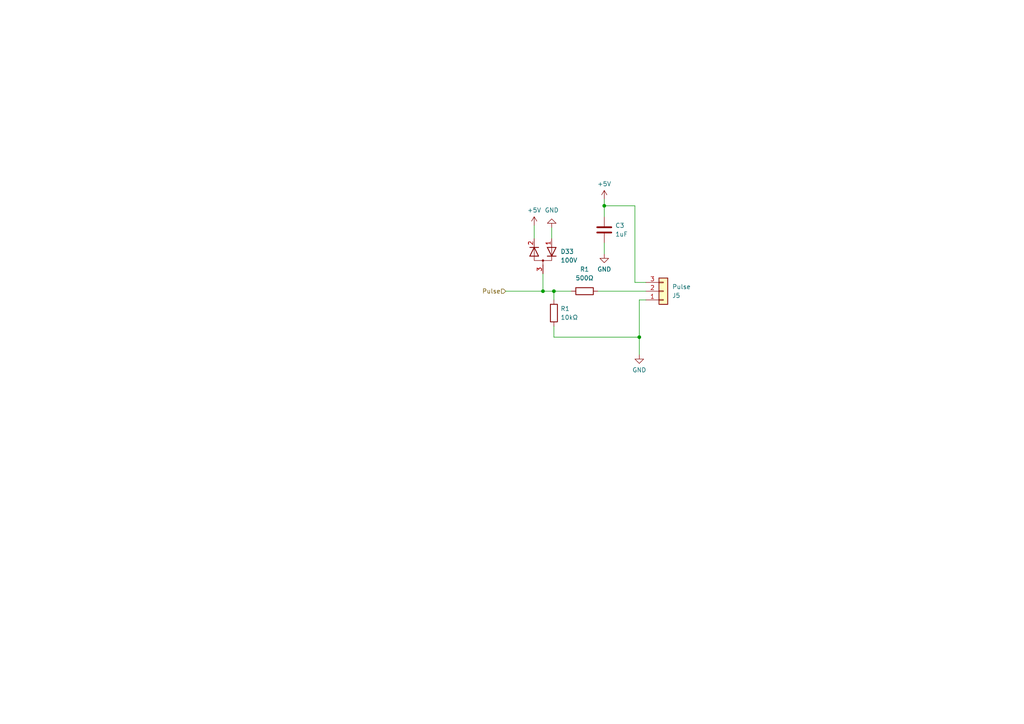
<source format=kicad_sch>
(kicad_sch (version 20230121) (generator eeschema)
  (paper "A4")
  (lib_symbols
    (symbol "Connector_Generic:Conn_01x03" (pin_names (offset 1.016) hide)
      (property "Reference" "J" (at 0 5.08 0))
      (property "Value" "Conn_01x03" (at 0 -5.08 0))
      (symbol "Conn_01x03_1_1"
        (rectangle (start -1.27 -2.413) (end 0 -2.667) (stroke (width 0.1524)))
        (rectangle (start -1.27 0.127) (end 0 -0.127) (stroke (width 0.1524)))
        (rectangle (start -1.27 2.667) (end 0 2.413) (stroke (width 0.1524)))
        (rectangle (start -1.27 3.81) (end 1.27 -3.81) (stroke (width 0.254)) (fill (type background)))
        (pin passive line (at -5.08 2.54 0) (length 3.81) (name "Pin_1") (number "1"))
        (pin passive line (at -5.08 0 0) (length 3.81) (name "Pin_2") (number "2"))
        (pin passive line (at -5.08 -2.54 0) (length 3.81) (name "Pin_3") (number "3"))
      )
    )
    (symbol "Device:C" (pin_numbers hide) (pin_names (offset 0.254))
      (property "Reference" "C" (at 0.635 2.54 0))
      (property "Value" "C" (at 0.635 -2.54 0))
      (symbol "C_0_1"
        (polyline (pts (xy -2.032 -0.762) (xy 2.032 -0.762)) (stroke (width 0.508)))
        (polyline (pts (xy -2.032 0.762) (xy 2.032 0.762)) (stroke (width 0.508)))
      )
      (symbol "C_1_1"
        (pin passive line (at 0 3.81 270) (length 2.794) (name "~") (number "1"))
        (pin passive line (at 0 -3.81 90) (length 2.794) (name "~") (number "2"))
      )
    )
    (symbol "Device:D_Dual_Series_AKC_Parallel" (pin_names (offset 0.762) hide)
      (property "Reference" "D" (at 0 5.08 0))
      (property "Value" "D_Dual_Series_AKC_Parallel" (at 0 -5.08 0))
      (symbol "D_Dual_Series_AKC_Parallel_0_0"
        (polyline (pts (xy 0 -1.27) (xy 0 -3.81)) (stroke (width 0.254)))
        (polyline (pts (xy 2.54 3.81) (xy 2.54 1.27)) (stroke (width 0.254)))
      )
      (symbol "D_Dual_Series_AKC_Parallel_0_1"
        (circle (center -1.27 0) (radius 0.254) (fill (type outline)))
        (polyline (pts (xy -1.27 0) (xy -2.54 0)))
        (polyline (pts (xy 2.54 2.54) (xy -1.27 2.54) (xy -1.27 -2.54) (xy 2.54 -2.54)))
        (polyline (pts (xy 0 3.81) (xy 2.54 2.54) (xy 0 1.27) (xy 0 3.81) (xy 0 3.81) (xy 0 3.81)) (stroke (width 0.254)))
        (polyline (pts (xy 2.54 -1.27) (xy 0 -2.54) (xy 2.54 -3.81) (xy 2.54 -1.27) (xy 2.54 -1.27) (xy 2.54 -1.27)) (stroke (width 0.254)))
        (pin passive line (at 5.08 -2.54 180) (length 2.54) (name "K") (number "1"))
        (pin passive line (at 5.08 2.54 180) (length 2.54) (name "K") (number "2"))
        (pin passive line (at -5.08 0 0) (length 2.54) (name "A") (number "3"))
      )
    )
    (symbol "Device:R" (pin_numbers hide) (pin_names (offset 0))
      (property "Reference" "R" (at 2.032 0 90))
      (property "Value" "R" (at 0 0 90))
      (symbol "R_0_1"
        (rectangle (start -1.016 -2.54) (end 1.016 2.54) (stroke (width 0.254)))
      )
      (symbol "R_1_1"
        (pin passive line (at 0 3.81 270) (length 1.27) (name "~") (number "1"))
        (pin passive line (at 0 -3.81 90) (length 1.27) (name "~") (number "2"))
      )
    )
    (symbol "power:+5V" (power) (pin_names (offset 0))
      (property "Value" "+5V" (at 0 3.556 0))
      (symbol "+5V_0_1"
        (polyline (pts (xy -0.762 1.27) (xy 0 2.54)))
        (polyline (pts (xy 0 0) (xy 0 2.54)))
        (polyline (pts (xy 0 2.54) (xy 0.762 1.27)))
      )
      (symbol "+5V_1_1"
        (pin power_in line (at 0 0 90) (length 0) hide (name "+5V") (number "1"))
      )
    )
    (symbol "power:GND" (power) (pin_names (offset 0))
      (property "Value" "GND" (at 0 -3.81 0))
      (symbol "GND_0_1"
        (polyline (pts (xy 0 0) (xy 0 -1.27) (xy 1.27 -1.27) (xy 0 -2.54) (xy -1.27 -1.27) (xy 0 -1.27)))
      )
      (symbol "GND_1_1"
        (pin power_in line (at 0 0 270) (length 0) hide (name "GND") (number "1"))
      )
    )
  )
  (junction (at 157.48 84.455))
  (junction (at 175.26 59.69))
  (junction (at 160.655 84.455))
  (junction (at 185.42 97.79))
  (wire (pts (xy 175.26 57.785) (xy 175.26 59.69)))
  (wire (pts (xy 160.02 66.04) (xy 160.02 69.215)))
  (wire (pts (xy 175.26 59.69) (xy 175.26 62.865)))
  (wire (pts (xy 157.48 84.455) (xy 157.48 79.375)))
  (wire (pts (xy 185.42 86.995) (xy 187.325 86.995)))
  (wire (pts (xy 165.735 84.455) (xy 160.655 84.455)))
  (wire (pts (xy 160.655 84.455) (xy 157.48 84.455)))
  (wire (pts (xy 160.655 84.455) (xy 160.655 86.995)))
  (wire (pts (xy 184.15 81.915) (xy 187.325 81.915)))
  (wire (pts (xy 146.685 84.455) (xy 157.48 84.455)))
  (wire (pts (xy 160.655 94.615) (xy 160.655 97.79)))
  (wire (pts (xy 185.42 102.87) (xy 185.42 97.79)))
  (wire (pts (xy 175.26 59.69) (xy 184.15 59.69)))
  (wire (pts (xy 184.15 59.69) (xy 184.15 81.915)))
  (wire (pts (xy 154.94 65.405) (xy 154.94 69.215)))
  (wire (pts (xy 160.655 97.79) (xy 185.42 97.79)))
  (wire (pts (xy 173.355 84.455) (xy 187.325 84.455)))
  (wire (pts (xy 175.26 70.485) (xy 175.26 73.66)))
  (wire (pts (xy 185.42 97.79) (xy 185.42 86.995)))
  (hierarchical_label "Pulse" (shape input) (at 146.685 84.455 180))
  (symbol (lib_id "power:GND") (at 175.26 73.66 0) (unit 1)
    (property "Reference" "#PWR044" (effects hide))
    (property "Value" "GND" (at 175.26 78.105 0))
    (instances (project "ADS1219Module" (path "" (reference "#PWR044") (unit 1)) (path "" (reference "#PWR011") (unit 1)) (path "" (reference "#PWR09") (unit 1))))
  )
  (symbol (lib_id "power:GND") (at 185.42 102.87 0) (unit 1)
    (property "Reference" "#PWR010" (effects hide))
    (property "Value" "GND" (at 185.42 107.315 0))
    (instances (project "ADS1219Module" (path "" (reference "#PWR010") (unit 1)) (path "" (reference "#PWR07") (unit 1)) (path "" (reference "#PWR010") (unit 1))))
  )
  (symbol (lib_id "power:+5V") (at 154.94 65.405 0) (unit 1)
    (property "Reference" "#PWR09" (effects hide))
    (property "Value" "+5V" (at 154.94 60.96 0))
    (instances (project "ADS1219Module" (path "" (reference "#PWR09") (unit 1)) (path "" (reference "#PWR06") (unit 1)) (path "" (reference "#PWR06") (unit 1))))
  )
  (symbol (lib_id "power:GND") (at 160.02 66.04 180) (unit 1)
    (property "Reference" "#PWR010" (effects hide))
    (property "Value" "GND" (at 160.02 60.96 0))
    (instances (project "ADS1219Module" (path "" (reference "#PWR010") (unit 1)) (path "" (reference "#PWR07") (unit 1)) (path "" (reference "#PWR07") (unit 1))))
  )
  (symbol (lib_id "Device:R") (at 160.655 90.805 0) (unit 1)
    (property "Reference" "R1" (at 162.56 89.535 0) (effects (justify left)))
    (property "Value" "10kΩ" (at 162.56 92.075 0) (effects (justify left)))
    (property "Footprint" "Resistor_SMD:R_0805_2012Metric" (effects hide))
    (instances (project "ADS1219Module" (path "" (reference "R1") (unit 1)) (path "" (reference "R21") (unit 1)) (path "" (reference "R5") (unit 1)) (path "" (reference "R2") (unit 1))))
  )
  (symbol (lib_id "Connector_Generic:Conn_01x03") (at 192.405 84.455 0) (mirror x) (unit 1)
    (property "Reference" "J5" (at 194.945 85.725 0) (effects (justify left)))
    (property "Value" "Pulse" (at 194.945 83.185 0) (effects (justify left)))
    (property "Footprint" "Connector_PinHeader_2.54mm:PinHeader_1x03_P2.54mm_Vertical" (effects hide))
  )
  (symbol (lib_id "Device:D_Dual_Series_AKC_Parallel") (at 157.48 74.295 90) (unit 1)
    (property "Reference" "D33" (at 162.56 72.9615 90) (effects (justify right)))
    (property "Value" "100V" (at 162.56 75.5015 90) (effects (justify right)))
    (property "Footprint" "Package_TO_SOT_SMD:SOT-23-3" (effects hide))
    (instances (project "ADS1219Module" (path "" (reference "D33") (unit 1)) (path "" (reference "D17") (unit 1)) (path "" (reference "D1") (unit 1)) (path "" (reference "D1") (unit 1))))
  )
  (symbol (lib_id "Device:R") (at 169.545 84.455 270) (unit 1)
    (property "Reference" "R1" (at 169.545 78.105 90))
    (property "Value" "500Ω" (at 169.545 80.645 90))
    (property "Footprint" "Resistor_SMD:R_0805_2012Metric" (effects hide))
    (instances (project "ADS1219Module" (path "" (reference "R1") (unit 1)) (path "" (reference "R21") (unit 1)) (path "" (reference "R5") (unit 1)) (path "" (reference "R3") (unit 1))))
  )
  (symbol (lib_id "Device:C") (at 175.26 66.675 0) (unit 1)
    (property "Reference" "C3" (at 178.435 65.405 0) (effects (justify left)))
    (property "Value" "1uF" (at 178.435 67.945 0) (effects (justify left)))
    (property "Footprint" "Capacitor_SMD:C_0805_2012Metric" (effects hide))
    (instances (project "ADS1219Module" (path "" (reference "C3") (unit 1)) (path "" (reference "C2") (unit 1)) (path "" (reference "C2") (unit 1))))
  )
  (symbol (lib_id "power:+5V") (at 175.26 57.785 0) (unit 1)
    (property "Reference" "#PWR043" (effects hide))
    (property "Value" "+5V" (at 175.26 53.34 0))
    (instances (project "ADS1219Module" (path "" (reference "#PWR043") (unit 1)) (path "" (reference "#PWR02") (unit 1)) (path "" (reference "#PWR08") (unit 1))))
  )
)
</source>
